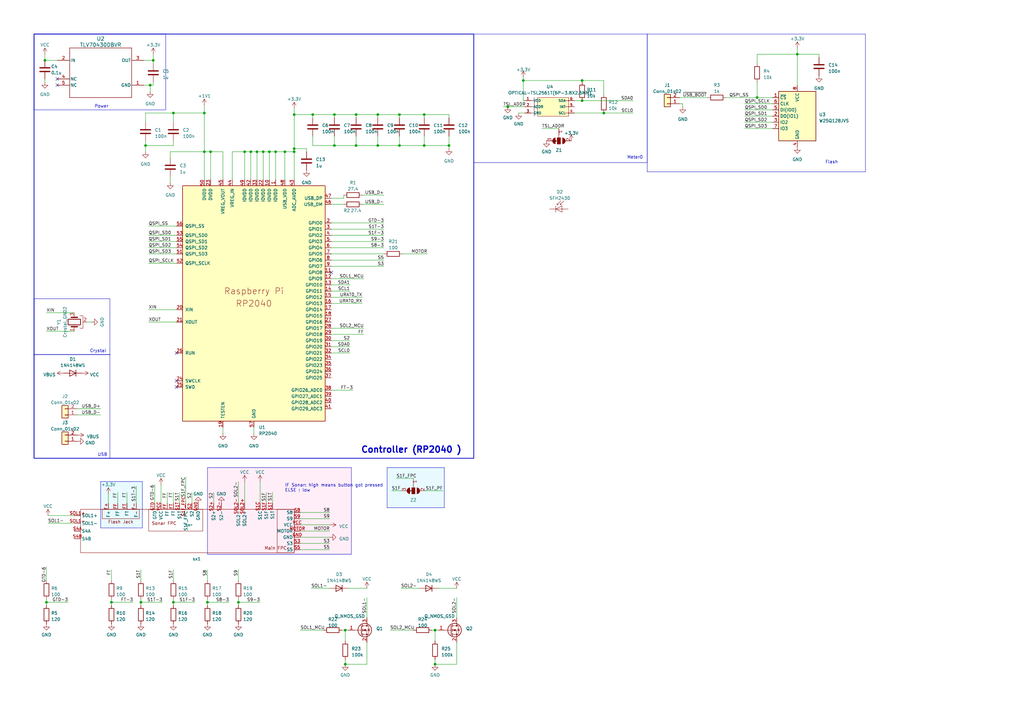
<source format=kicad_sch>
(kicad_sch (version 20230121) (generator eeschema)
  (paper "A3")
  (junction (at 107.95 62.23))
  (junction (at 100.33 62.23))
  (junction (at 247.65 46.355))
  (junction (at 62.865 24.765))
  (junction (at 154.94 59.69))
  (junction (at 83.82 62.23))
  (junction (at 57.785 247.015))
  (junction (at 178.435 272.415))
  (junction (at 83.82 46.355))
  (junction (at 178.435 258.445))
  (junction (at 19.05 247.015))
  (junction (at 214.63 33.02))
  (junction (at 184.15 59.69))
  (junction (at 173.99 46.99))
  (junction (at 154.94 46.99))
  (junction (at 146.05 59.69))
  (junction (at 120.65 60.96))
  (junction (at 85.09 247.015))
  (junction (at 102.87 62.23))
  (junction (at 146.05 46.99))
  (junction (at 238.76 41.275))
  (junction (at 310.515 40.005))
  (junction (at 141.605 272.415))
  (junction (at 128.27 46.99))
  (junction (at 163.83 46.99))
  (junction (at 71.12 46.355))
  (junction (at 238.76 33.02))
  (junction (at 137.16 46.99))
  (junction (at 120.65 62.23))
  (junction (at 61.595 34.925))
  (junction (at 45.72 247.015))
  (junction (at 120.65 46.99))
  (junction (at 163.83 59.69))
  (junction (at 137.16 59.69))
  (junction (at 86.36 62.23))
  (junction (at 18.415 24.765))
  (junction (at 173.99 59.69))
  (junction (at 71.12 247.015))
  (junction (at 116.84 62.23))
  (junction (at 97.79 247.015))
  (junction (at 105.41 62.23))
  (junction (at 141.605 258.445))
  (junction (at 208.28 43.815))
  (junction (at 59.69 59.69))
  (junction (at 110.49 62.23))
  (junction (at 113.03 62.23))
  (junction (at 327.025 22.225))
  (no_connect (at 23.495 32.385))
  (no_connect (at 23.495 34.925))
  (no_connect (at 72.39 158.75))
  (no_connect (at 72.39 156.21))
  (no_connect (at 72.39 144.78))
  (no_connect (at 135.89 111.76))
  (wire (pts (xy 143.51 119.38) (xy 135.89 119.38)))
  (wire (pts (xy 97.79 197.485) (xy 97.79 206.375)))
  (wire (pts (xy 247.65 33.02) (xy 238.76 33.02)))
  (wire (pts (xy 113.03 62.23) (xy 116.84 62.23)))
  (wire (pts (xy 116.84 62.23) (xy 116.84 73.66)))
  (wire (pts (xy 149.225 114.3) (xy 135.89 114.3)))
  (wire (pts (xy 212.725 46.355) (xy 215.265 46.355)))
  (wire (pts (xy 259.715 41.275) (xy 238.76 41.275)))
  (wire (pts (xy 141.605 272.415) (xy 141.605 270.51)))
  (wire (pts (xy 104.14 177.8) (xy 104.14 175.26)))
  (wire (pts (xy 59.69 50.165) (xy 59.69 46.355)))
  (wire (pts (xy 19.05 232.41) (xy 19.05 238.125)))
  (wire (pts (xy 106.68 197.485) (xy 106.68 206.375)))
  (wire (pts (xy 238.76 33.655) (xy 238.76 33.02)))
  (wire (pts (xy 163.83 46.99) (xy 163.83 48.26)))
  (wire (pts (xy 146.05 46.99) (xy 154.94 46.99)))
  (wire (pts (xy 57.785 233.68) (xy 57.785 238.125)))
  (wire (pts (xy 150.495 263.525) (xy 150.495 272.415)))
  (wire (pts (xy 59.69 57.785) (xy 59.69 59.69)))
  (wire (pts (xy 83.82 46.355) (xy 83.82 62.23)))
  (wire (pts (xy 335.915 22.225) (xy 327.025 22.225)))
  (wire (pts (xy 85.09 233.68) (xy 85.09 238.125)))
  (wire (pts (xy 62.865 33.655) (xy 62.865 34.925)))
  (wire (pts (xy 327.025 22.225) (xy 327.025 19.685)))
  (wire (pts (xy 120.65 62.23) (xy 120.65 73.66)))
  (wire (pts (xy 120.65 60.96) (xy 125.73 60.96)))
  (wire (pts (xy 41.275 170.18) (xy 31.75 170.18)))
  (wire (pts (xy 106.68 247.015) (xy 97.79 247.015)))
  (wire (pts (xy 86.36 73.66) (xy 86.36 62.23)))
  (wire (pts (xy 60.96 127) (xy 72.39 127)))
  (wire (pts (xy 97.79 247.015) (xy 97.79 248.285)))
  (wire (pts (xy 150.495 272.415) (xy 141.605 272.415)))
  (wire (pts (xy 100.33 197.485) (xy 100.33 206.375)))
  (wire (pts (xy 148.59 121.92) (xy 135.89 121.92)))
  (wire (pts (xy 37.465 132.08) (xy 35.56 132.08)))
  (wire (pts (xy 297.815 40.005) (xy 310.515 40.005)))
  (wire (pts (xy 60.96 132.08) (xy 72.39 132.08)))
  (wire (pts (xy 187.325 272.415) (xy 178.435 272.415)))
  (wire (pts (xy 148.59 124.46) (xy 135.89 124.46)))
  (wire (pts (xy 60.96 92.71) (xy 72.39 92.71)))
  (wire (pts (xy 52.07 201.93) (xy 52.07 206.375)))
  (wire (pts (xy 97.79 233.68) (xy 97.79 238.125)))
  (wire (pts (xy 116.84 62.23) (xy 120.65 62.23)))
  (wire (pts (xy 105.41 62.23) (xy 107.95 62.23)))
  (wire (pts (xy 214.63 41.275) (xy 215.265 41.275)))
  (wire (pts (xy 214.63 33.02) (xy 214.63 41.275)))
  (wire (pts (xy 187.325 241.3) (xy 179.705 241.3)))
  (wire (pts (xy 86.36 62.23) (xy 83.82 62.23)))
  (wire (pts (xy 143.51 144.78) (xy 135.89 144.78)))
  (wire (pts (xy 71.12 233.68) (xy 71.12 238.125)))
  (wire (pts (xy 123.19 258.445) (xy 132.715 258.445)))
  (wire (pts (xy 57.785 245.745) (xy 57.785 247.015)))
  (wire (pts (xy 173.99 46.99) (xy 184.15 46.99)))
  (wire (pts (xy 310.515 22.225) (xy 327.025 22.225)))
  (wire (pts (xy 173.99 59.69) (xy 184.15 59.69)))
  (wire (pts (xy 110.49 62.23) (xy 113.03 62.23)))
  (wire (pts (xy 143.51 139.7) (xy 135.89 139.7)))
  (wire (pts (xy 247.65 38.735) (xy 247.65 33.02)))
  (wire (pts (xy 150.495 241.3) (xy 142.875 241.3)))
  (wire (pts (xy 19.05 245.745) (xy 19.05 247.015)))
  (wire (pts (xy 160.655 201.295) (xy 164.465 201.295)))
  (wire (pts (xy 135.255 220.345) (xy 123.19 220.345)))
  (wire (pts (xy 310.515 33.655) (xy 310.515 40.005)))
  (wire (pts (xy 143.51 116.84) (xy 135.89 116.84)))
  (wire (pts (xy 143.51 142.24) (xy 135.89 142.24)))
  (wire (pts (xy 163.83 59.69) (xy 173.99 59.69)))
  (wire (pts (xy 184.15 55.88) (xy 184.15 59.69)))
  (wire (pts (xy 45.72 245.745) (xy 45.72 247.015)))
  (wire (pts (xy 146.05 59.69) (xy 154.94 59.69)))
  (wire (pts (xy 19.05 128.27) (xy 30.48 128.27)))
  (wire (pts (xy 66.04 198.755) (xy 66.04 206.375)))
  (wire (pts (xy 85.09 247.015) (xy 85.09 248.285)))
  (wire (pts (xy 85.09 245.745) (xy 85.09 247.015)))
  (wire (pts (xy 102.87 62.23) (xy 102.87 73.66)))
  (wire (pts (xy 178.435 262.89) (xy 178.435 258.445)))
  (wire (pts (xy 87.63 201.93) (xy 87.63 206.375)))
  (wire (pts (xy 160.02 258.445) (xy 169.545 258.445)))
  (wire (pts (xy 135.89 93.98) (xy 157.48 93.98)))
  (wire (pts (xy 128.27 46.99) (xy 137.16 46.99)))
  (wire (pts (xy 110.49 62.23) (xy 110.49 73.66)))
  (wire (pts (xy 335.915 23.495) (xy 335.915 22.225)))
  (wire (pts (xy 305.435 50.165) (xy 316.865 50.165)))
  (wire (pts (xy 71.12 46.355) (xy 83.82 46.355)))
  (wire (pts (xy 146.05 46.99) (xy 146.05 48.26)))
  (wire (pts (xy 137.16 46.99) (xy 137.16 48.26)))
  (wire (pts (xy 259.715 46.355) (xy 247.65 46.355)))
  (wire (pts (xy 310.515 26.035) (xy 310.515 22.225)))
  (wire (pts (xy 48.26 201.93) (xy 48.26 206.375)))
  (wire (pts (xy 128.27 59.69) (xy 137.16 59.69)))
  (wire (pts (xy 154.94 59.69) (xy 163.83 59.69)))
  (wire (pts (xy 91.44 73.66) (xy 91.44 62.23)))
  (wire (pts (xy 120.65 44.45) (xy 120.65 46.99)))
  (wire (pts (xy 135.89 81.28) (xy 140.97 81.28)))
  (wire (pts (xy 91.44 177.8) (xy 91.44 175.26)))
  (wire (pts (xy 135.255 212.725) (xy 123.19 212.725)))
  (wire (pts (xy 59.69 59.69) (xy 71.12 59.69)))
  (wire (pts (xy 73.66 201.93) (xy 73.66 206.375)))
  (wire (pts (xy 105.41 62.23) (xy 105.41 73.66)))
  (wire (pts (xy 178.435 258.445) (xy 179.705 258.445)))
  (wire (pts (xy 140.335 258.445) (xy 141.605 258.445)))
  (wire (pts (xy 91.44 62.23) (xy 86.36 62.23)))
  (wire (pts (xy 222.25 52.705) (xy 229.235 52.705)))
  (wire (pts (xy 137.16 59.69) (xy 146.05 59.69)))
  (wire (pts (xy 57.785 247.015) (xy 57.785 248.285)))
  (wire (pts (xy 128.27 55.88) (xy 128.27 59.69)))
  (wire (pts (xy 157.48 80.01) (xy 148.59 80.01)))
  (wire (pts (xy 327.025 22.225) (xy 327.025 34.925)))
  (wire (pts (xy 162.56 196.215) (xy 169.545 196.215)))
  (wire (pts (xy 83.82 43.18) (xy 83.82 46.355)))
  (wire (pts (xy 83.82 62.23) (xy 83.82 73.66)))
  (wire (pts (xy 18.415 33.655) (xy 18.415 32.385)))
  (wire (pts (xy 135.255 217.805) (xy 123.19 217.805)))
  (wire (pts (xy 305.435 47.625) (xy 316.865 47.625)))
  (wire (pts (xy 154.94 46.99) (xy 163.83 46.99)))
  (wire (pts (xy 59.69 46.355) (xy 71.12 46.355)))
  (wire (pts (xy 278.765 42.545) (xy 280.035 42.545)))
  (wire (pts (xy 27.94 247.015) (xy 19.05 247.015)))
  (wire (pts (xy 305.435 42.545) (xy 316.865 42.545)))
  (wire (pts (xy 19.05 247.015) (xy 19.05 248.285)))
  (wire (pts (xy 187.325 245.11) (xy 187.325 253.365)))
  (wire (pts (xy 76.2 195.58) (xy 76.2 206.375)))
  (wire (pts (xy 95.25 73.66) (xy 95.25 62.23)))
  (wire (pts (xy 44.45 202.565) (xy 44.45 206.375)))
  (wire (pts (xy 80.01 247.015) (xy 71.12 247.015)))
  (wire (pts (xy 123.19 210.185) (xy 135.255 210.185)))
  (wire (pts (xy 164.465 241.3) (xy 172.085 241.3)))
  (wire (pts (xy 173.99 55.88) (xy 173.99 59.69)))
  (wire (pts (xy 187.325 263.525) (xy 187.325 272.415)))
  (wire (pts (xy 120.65 46.99) (xy 128.27 46.99)))
  (wire (pts (xy 280.035 42.545) (xy 280.035 43.815)))
  (wire (pts (xy 100.33 73.66) (xy 100.33 62.23)))
  (wire (pts (xy 157.48 104.14) (xy 135.89 104.14)))
  (wire (pts (xy 120.65 46.99) (xy 120.65 60.96)))
  (wire (pts (xy 62.865 24.765) (xy 59.055 24.765)))
  (wire (pts (xy 71.12 201.93) (xy 71.12 206.375)))
  (wire (pts (xy 45.72 247.015) (xy 45.72 248.285)))
  (wire (pts (xy 107.95 62.23) (xy 107.95 73.66)))
  (wire (pts (xy 305.435 52.705) (xy 316.865 52.705)))
  (wire (pts (xy 178.435 272.415) (xy 178.435 270.51)))
  (wire (pts (xy 69.85 62.23) (xy 83.82 62.23)))
  (wire (pts (xy 157.48 109.22) (xy 135.89 109.22)))
  (wire (pts (xy 18.415 24.765) (xy 23.495 24.765)))
  (wire (pts (xy 135.255 225.425) (xy 123.19 225.425)))
  (wire (pts (xy 154.94 46.99) (xy 154.94 48.26)))
  (wire (pts (xy 310.515 40.005) (xy 316.865 40.005)))
  (wire (pts (xy 111.76 201.93) (xy 111.76 206.375)))
  (wire (pts (xy 141.605 258.445) (xy 142.875 258.445)))
  (wire (pts (xy 107.95 62.23) (xy 110.49 62.23)))
  (wire (pts (xy 19.685 211.455) (xy 30.48 211.455)))
  (wire (pts (xy 184.15 48.26) (xy 184.15 46.99)))
  (wire (pts (xy 135.89 99.06) (xy 157.48 99.06)))
  (wire (pts (xy 137.16 46.99) (xy 146.05 46.99)))
  (wire (pts (xy 102.87 62.23) (xy 105.41 62.23)))
  (wire (pts (xy 146.05 55.88) (xy 146.05 59.69)))
  (wire (pts (xy 157.48 91.44) (xy 135.89 91.44)))
  (wire (pts (xy 140.97 81.28) (xy 140.97 80.01)))
  (wire (pts (xy 150.495 245.11) (xy 150.495 253.365)))
  (wire (pts (xy 125.73 60.96) (xy 125.73 62.23)))
  (wire (pts (xy 60.96 107.95) (xy 72.39 107.95)))
  (wire (pts (xy 157.48 83.82) (xy 148.59 83.82)))
  (wire (pts (xy 61.595 34.925) (xy 59.055 34.925)))
  (wire (pts (xy 278.765 40.005) (xy 290.195 40.005)))
  (wire (pts (xy 163.83 46.99) (xy 173.99 46.99)))
  (wire (pts (xy 71.12 247.015) (xy 71.12 248.285)))
  (wire (pts (xy 135.89 106.68) (xy 157.48 106.68)))
  (wire (pts (xy 128.27 46.99) (xy 128.27 48.26)))
  (wire (pts (xy 144.78 160.02) (xy 135.89 160.02)))
  (wire (pts (xy 214.63 33.02) (xy 238.76 33.02)))
  (wire (pts (xy 154.94 55.88) (xy 154.94 59.69)))
  (wire (pts (xy 59.69 59.69) (xy 59.69 62.23)))
  (wire (pts (xy 18.415 22.225) (xy 18.415 24.765)))
  (wire (pts (xy 97.79 245.745) (xy 97.79 247.015)))
  (wire (pts (xy 173.99 46.99) (xy 173.99 48.26)))
  (wire (pts (xy 54.61 247.015) (xy 45.72 247.015)))
  (wire (pts (xy 163.83 55.88) (xy 163.83 59.69)))
  (wire (pts (xy 214.63 31.75) (xy 214.63 33.02)))
  (wire (pts (xy 66.675 247.015) (xy 57.785 247.015)))
  (wire (pts (xy 141.605 262.89) (xy 141.605 258.445)))
  (wire (pts (xy 78.74 201.93) (xy 78.74 206.375)))
  (wire (pts (xy 41.275 167.64) (xy 31.75 167.64)))
  (wire (pts (xy 62.865 34.925) (xy 61.595 34.925)))
  (wire (pts (xy 71.12 46.355) (xy 71.12 50.165)))
  (wire (pts (xy 95.25 62.23) (xy 100.33 62.23)))
  (wire (pts (xy 60.96 96.52) (xy 72.39 96.52)))
  (wire (pts (xy 19.685 214.63) (xy 30.48 214.63)))
  (wire (pts (xy 184.15 59.69) (xy 184.15 60.96)))
  (wire (pts (xy 135.89 83.82) (xy 140.97 83.82)))
  (wire (pts (xy 135.255 215.265) (xy 123.19 215.265)))
  (wire (pts (xy 247.65 46.355) (xy 235.585 46.355)))
  (wire (pts (xy 135.89 134.62) (xy 149.225 134.62)))
  (wire (pts (xy 157.48 101.6) (xy 135.89 101.6)))
  (wire (pts (xy 19.05 135.89) (xy 30.48 135.89)))
  (wire (pts (xy 93.98 247.015) (xy 85.09 247.015)))
  (wire (pts (xy 55.88 199.39) (xy 55.88 206.375)))
  (wire (pts (xy 100.33 62.23) (xy 102.87 62.23)))
  (wire (pts (xy 120.65 60.96) (xy 120.65 62.23)))
  (wire (pts (xy 71.12 245.745) (xy 71.12 247.015)))
  (wire (pts (xy 181.61 201.295) (xy 174.625 201.295)))
  (wire (pts (xy 45.72 233.68) (xy 45.72 238.125)))
  (wire (pts (xy 137.16 55.88) (xy 137.16 59.69)))
  (wire (pts (xy 68.58 201.93) (xy 68.58 206.375)))
  (wire (pts (xy 123.19 222.885) (xy 135.255 222.885)))
  (wire (pts (xy 60.96 99.06) (xy 72.39 99.06)))
  (wire (pts (xy 62.865 22.225) (xy 62.865 24.765)))
  (wire (pts (xy 61.595 37.465) (xy 61.595 34.925)))
  (wire (pts (xy 113.03 62.23) (xy 113.03 73.66)))
  (wire (pts (xy 62.865 26.035) (xy 62.865 24.765)))
  (wire (pts (xy 127.635 241.3) (xy 135.255 241.3)))
  (wire (pts (xy 149.225 137.16) (xy 135.89 137.16)))
  (wire (pts (xy 135.89 96.52) (xy 157.48 96.52)))
  (wire (pts (xy 60.96 104.14) (xy 72.39 104.14)))
  (wire (pts (xy 208.28 43.815) (xy 206.375 43.815)))
  (wire (pts (xy 69.85 74.93) (xy 69.85 72.39)))
  (wire (pts (xy 109.22 201.93) (xy 109.22 206.375)))
  (wire (pts (xy 215.265 43.815) (xy 208.28 43.815)))
  (wire (pts (xy 238.76 41.275) (xy 235.585 41.275)))
  (wire (pts (xy 177.165 258.445) (xy 178.435 258.445)))
  (wire (pts (xy 175.26 104.14) (xy 165.1 104.14)))
  (wire (pts (xy 305.435 45.085) (xy 316.865 45.085)))
  (wire (pts (xy 60.96 101.6) (xy 72.39 101.6)))
  (wire (pts (xy 71.12 57.785) (xy 71.12 59.69)))
  (wire (pts (xy 69.85 64.77) (xy 69.85 62.23)))
  (wire (pts (xy 63.5 198.755) (xy 63.5 206.375)))
  (rectangle (start 194.31 13.97) (end 265.43 66.675))
  (rectangle (start 13.97 145.415) (end 45.085 187.96))
  (rectangle (start 158.75 191.77) (end 182.245 208.28) (fill (type color) (color 196 242 255 0.39)))
  (rectangle (start 265.43 13.97) (end 354.965 70.485))
  (rectangle (start 13.97 13.97) (end 67.945 45.085))
  (rectangle (start 13.97 13.97) (end 194.31 187.96) (stroke (width 0.3)))
  (rectangle (start 41.275 197.485) (end 58.42 216.535) (fill (type color) (color 196 242 255 0.39)))
  (rectangle (start 13.97 122.555) (end 45.085 145.415))
  (rectangle (start 85.09 191.77) (end 144.145 227.33) (fill (type color) (color 255 174 216 0.2)))
  (text "Flash\n" (at 338.455 67.31 0) (effects (font (size 1.27 1.27)) (justify left bottom)))
  (text "Meter0" (at 257.175 65.405 0) (effects (font (size 1.27 1.27)) (justify left bottom)))
  (text "Power " (at 38.735 44.45 0) (effects (font (size 1.27 1.27)) (justify left bottom)))
  (text "Crystal\n" (at 36.83 144.78 0) (effects (font (size 1.27 1.27)) (justify left bottom)))
  (text "IF Sonar: high means button got pressed\nELSE : low" (at 116.84 201.93 0) (effects (font (size 1.27 1.27)) (justify left bottom)))
  (text "Controller (RP2040 )\n" (at 147.955 186.055 0) (effects (font (size 2.54 2.54) (thickness 0.508) bold) (justify left bottom)))
  (text "USB" (at 40.005 187.325 0) (effects (font (size 1.27 1.27)) (justify left bottom)))
  (label "MOTOR" (at 175.26 104.14 180))
  (label "S8-3" (at 157.48 101.6 180))
  (label "XIN" (at 19.05 128.27 0))
  (label "QSPI_SS" (at 299.085 40.005 0))
  (label "XIN" (at 60.96 127 0))
  (label "QSPI_SD0" (at 60.96 96.52 0))
  (label "GTD-3" (at 157.48 91.44 180))
  (label "FF" (at 149.225 137.16 180))
  (label "FF" (at 48.26 201.93 270))
  (label "QSPI_SD3" (at 305.435 52.705 0))
  (label "FT" (at 52.07 201.93 270))
  (label "S1T-3" (at 55.88 199.39 270))
  (label "S1F_FPC" (at 76.2 195.58 270))
  (label "~{USB_BOOT}" (at 280.035 40.005 0))
  (label "S1F_FPC" (at 162.56 196.215 0))
  (label "SOL2-" (at 187.325 245.11 270))
  (label "QSPI_SD1" (at 305.435 47.625 0))
  (label "FT-3" (at 144.78 160.02 180))
  (label "S1T-3" (at 66.675 247.015 180))
  (label "S8-3" (at 93.98 247.015 180))
  (label "SCL0" (at 259.715 46.355 180))
  (label "SCL1" (at 143.51 119.38 180))
  (label "S3" (at 135.255 222.885 180))
  (label "S1T" (at 73.66 201.93 270))
  (label "S1T" (at 57.785 233.68 270))
  (label "GTD-6" (at 63.5 198.755 270))
  (label "SDA0" (at 259.715 41.275 180))
  (label "S2" (at 78.74 201.93 270))
  (label "FF" (at 68.58 201.93 270))
  (label "SDA0" (at 143.51 142.24 180))
  (label "GTD-3" (at 27.94 247.015 180))
  (label "S1F-3" (at 157.48 96.52 180))
  (label "SOL2-" (at 97.79 197.485 270))
  (label "QSPI_SD2" (at 60.96 101.6 0))
  (label "S8" (at 85.09 233.68 270))
  (label "SOL2_MCU" (at 149.225 134.62 180))
  (label "SOL2_MCU" (at 160.02 258.445 0))
  (label "MOTOR" (at 135.255 217.805 180))
  (label "SCL0" (at 143.51 144.78 180))
  (label "SOL1-" (at 19.685 214.63 0))
  (label "S8" (at 135.255 210.185 180))
  (label "SOL1_MCU" (at 149.225 114.3 180))
  (label "S5" (at 135.255 225.425 180))
  (label "USB_D-" (at 157.48 83.82 180))
  (label "USB_D-" (at 41.275 170.18 180))
  (label "URAT0_RX" (at 148.59 124.46 180))
  (label "S2" (at 143.51 139.7 180))
  (label "XOUT" (at 60.96 132.08 0))
  (label "S9-3" (at 106.68 247.015 180))
  (label "QSPI_SD1" (at 60.96 99.06 0))
  (label "USB_D+" (at 157.48 80.01 180))
  (label "TSL_ADDR" (at 206.375 43.815 0))
  (label "FT" (at 45.72 233.68 270))
  (label "QSPI_SD0" (at 305.435 45.085 0))
  (label "URAT0_TX" (at 148.59 121.92 180))
  (label "S1F" (at 109.22 201.93 270))
  (label "S9" (at 135.255 212.725 180))
  (label "S9" (at 97.79 233.68 270))
  (label "S3" (at 157.48 109.22 180))
  (label "S9-3" (at 157.48 99.06 180))
  (label "SDA1" (at 143.51 116.84 180))
  (label "SOL2-" (at 164.465 241.3 0))
  (label "GTD-6" (at 19.05 232.41 270))
  (label "SOL1-" (at 127.635 241.3 0))
  (label "S1F" (at 160.655 201.295 0))
  (label "USB_D+" (at 41.275 167.64 180))
  (label "S1F-3" (at 80.01 247.015 180))
  (label "QSPI_SS" (at 60.96 92.71 0))
  (label "QSPI_SD2" (at 305.435 50.165 0))
  (label "QSPI_SD3" (at 60.96 104.14 0))
  (label "SOL1-" (at 150.495 245.11 270))
  (label "S2" (at 87.63 201.93 270))
  (label "QSPI_SCLK" (at 60.96 107.95 0))
  (label "QSPI_SCLK" (at 305.435 42.545 0))
  (label "S1F" (at 71.12 233.68 270))
  (label "FT-3" (at 54.61 247.015 180))
  (label "S1F_PF" (at 181.61 201.295 180))
  (label "S5" (at 157.48 106.68 180))
  (label "FT" (at 71.12 201.93 270))
  (label "S1T-3" (at 157.48 93.98 180))
  (label "SOL1_MCU" (at 123.19 258.445 0))
  (label "XOUT" (at 19.05 135.89 0))
  (label "S1T" (at 111.76 201.93 270))
  (label "TSL_ADDR" (at 222.25 52.705 0))
  (symbol (lib_id "power:GND") (at 178.435 272.415 0) (unit 1)
    (property "Reference" "#PWR045" (effects hide))
    (property "Value" "GND" (at 178.435 276.86 0))
  )
  (symbol (lib_id "power:GND") (at 61.595 37.465 0) (unit 1)
    (property "Reference" "#PWR05" (effects hide))
    (property "Value" "GND" (at 61.595 42.545 0))
  )
  (symbol (lib_id "Device:R") (at 57.785 241.935 0) (unit 1)
    (property "Reference" "R13" (at 59.69 241.3 0) (effects (justify left)))
    (property "Value" "100" (at 59.69 243.84 0) (effects (justify left)))
    (property "Footprint" "Resistor_SMD:R_0402_1005Metric_Pad0.72x0.64mm_HandSolder" (effects hide))
  )
  (symbol (lib_id "power:VCC") (at 66.04 198.755 0) (unit 1)
    (property "Reference" "#PWR022" (effects hide))
    (property "Value" "VCC" (at 66.04 194.945 0))
  )
  (symbol (lib_id "power:VBUS") (at 26.035 153.035 90) (unit 1)
    (property "Reference" "#PWR025" (effects hide))
    (property "Value" "VBUS" (at 22.86 153.67 90) (effects (justify left)))
  )
  (symbol (lib_id "Device:C") (at 184.15 52.07 0) (unit 1)
    (property "Reference" "C12" (at 187.96 51.435 0) (effects (justify left)))
    (property "Value" "100n" (at 187.96 53.975 0) (effects (justify left)))
    (property "Footprint" "Capacitor_SMD:C_0402_1005Metric_Pad0.74x0.62mm_HandSolder" (effects hide))
  )
  (symbol (lib_id "power:GND") (at 335.915 31.115 0) (unit 1)
    (property "Reference" "#PWR015" (effects hide))
    (property "Value" "GND" (at 335.915 36.195 0))
  )
  (symbol (lib_id "Device:R") (at 97.79 252.095 0) (unit 1)
    (property "Reference" "R20" (at 99.695 251.46 0) (effects (justify left)))
    (property "Value" "120" (at 99.695 254 0) (effects (justify left)))
    (property "Footprint" "Resistor_SMD:R_0402_1005Metric_Pad0.72x0.64mm_HandSolder" (effects hide))
  )
  (symbol (lib_id "MCU_RaspberryPi_RP2040:RP2040") (at 104.14 124.46 0) (unit 1)
    (property "Reference" "U1" (at 106.0959 175.26 0) (effects (justify left)))
    (property "Value" "RP2040" (at 106.0959 177.8 0) (effects (justify left)))
    (property "Footprint" "RP2040_minimal:RP2040-QFN-56" (effects hide))
  )
  (symbol (lib_id "Device:R") (at 141.605 266.7 180) (unit 1)
    (property "Reference" "R23" (at 144.145 266.065 0) (effects (justify right)))
    (property "Value" "100k" (at 144.145 268.605 0) (effects (justify right)))
    (property "Footprint" "Resistor_SMD:R_0402_1005Metric_Pad0.72x0.64mm_HandSolder" (effects hide))
  )
  (symbol (lib_id "power:GND") (at 90.805 206.375 180) (unit 1)
    (property "Reference" "#PWR035" (effects hide))
    (property "Value" "GND" (at 90.805 202.565 0))
  )
  (symbol (lib_id "Connector_Generic:Conn_01x02") (at 273.685 42.545 180) (unit 1)
    (property "Reference" "J1" (at 273.685 34.925 0))
    (property "Value" "Conn_01x02" (at 273.685 37.465 0))
    (property "Footprint" "Connector_PinHeader_2.54mm:PinHeader_1x02_P2.54mm_Vertical" (effects hide))
  )
  (symbol (lib_id "Device:R") (at 71.12 252.095 0) (unit 1)
    (property "Reference" "R16" (at 73.025 251.46 0) (effects (justify left)))
    (property "Value" "120" (at 73.025 254 0) (effects (justify left)))
    (property "Footprint" "Resistor_SMD:R_0402_1005Metric_Pad0.72x0.64mm_HandSolder" (effects hide))
  )
  (symbol (lib_id "Device:R") (at 144.78 83.82 90) (unit 1)
    (property "Reference" "R2" (at 142.24 86.36 90))
    (property "Value" "27.4" (at 146.05 86.36 90))
    (property "Footprint" "Resistor_SMD:R_0402_1005Metric_Pad0.72x0.64mm_HandSolder" (effects hide))
  )
  (symbol (lib_id "Device:C") (at 163.83 52.07 0) (unit 1)
    (property "Reference" "C10" (at 167.64 51.435 0) (effects (justify left)))
    (property "Value" "100n" (at 167.64 53.975 0) (effects (justify left)))
    (property "Footprint" "Capacitor_SMD:C_0402_1005Metric_Pad0.74x0.62mm_HandSolder" (effects hide))
  )
  (symbol (lib_id "power:VCC") (at 135.255 215.265 270) (unit 1)
    (property "Reference" "#PWR023" (effects hide))
    (property "Value" "VCC" (at 139.065 215.9 90) (effects (justify left)))
  )
  (symbol (lib_id "power:VBUS") (at 31.75 178.435 270) (unit 1)
    (property "Reference" "#PWR019" (effects hide))
    (property "Value" "VBUS" (at 35.56 179.07 90) (effects (justify left)))
  )
  (symbol (lib_id "Device:R") (at 19.05 252.095 0) (unit 1)
    (property "Reference" "R5" (at 20.955 251.46 0) (effects (justify left)))
    (property "Value" "120" (at 20.955 254 0) (effects (justify left)))
    (property "Footprint" "Resistor_SMD:R_0402_1005Metric_Pad0.72x0.64mm_HandSolder" (effects hide))
  )
  (symbol (lib_id "Device:Q_NMOS_GSD") (at 184.785 258.445 0) (unit 1)
    (property "Reference" "Q2" (at 191.135 257.81 0) (effects (justify left)))
    (property "Value" "Q_NMOS_GSD" (at 173.99 252.73 0) (effects (justify left)))
    (property "Footprint" "Package_TO_SOT_SMD:SOT-23" (effects hide))
  )
  (symbol (lib_id "Connector_Generic:Conn_01x02") (at 26.67 180.975 180) (unit 1)
    (property "Reference" "J3" (at 26.67 173.355 0))
    (property "Value" "Conn_01x02" (at 26.67 175.895 0))
    (property "Footprint" "Connector_PinHeader_2.54mm:PinHeader_1x02_P2.54mm_Vertical" (effects hide))
  )
  (symbol (lib_id "Device:C") (at 18.415 28.575 0) (unit 1)
    (property "Reference" "C4" (at 20.955 27.305 0) (effects (justify left)))
    (property "Value" "0.1u" (at 20.955 29.845 0) (effects (justify left)))
    (property "Footprint" "Capacitor_SMD:C_0402_1005Metric_Pad0.74x0.62mm_HandSolder" (effects hide))
  )
  (symbol (lib_id "power:GND") (at 280.035 43.815 0) (unit 1)
    (property "Reference" "#PWR013" (effects hide))
    (property "Value" "GND" (at 280.035 48.895 0))
  )
  (symbol (lib_id "Device:C") (at 335.915 27.305 0) (unit 1)
    (property "Reference" "C14" (at 339.725 26.67 0) (effects (justify left)))
    (property "Value" "100n" (at 339.725 29.21 0) (effects (justify left)))
    (property "Footprint" "Capacitor_SMD:C_0402_1005Metric_Pad0.74x0.62mm_HandSolder" (effects hide))
  )
  (symbol (lib_id "Diode:1N4148WS") (at 29.845 153.035 180) (unit 1)
    (property "Reference" "D1" (at 29.845 147.32 0))
    (property "Value" "1N4148WS" (at 29.845 149.86 0))
    (property "Footprint" "Diode_SMD:D_SOD-323" (effects hide))
    (property "Datasheet" "https://www.vishay.com/docs/85751/1n4148ws.pdf" (effects hide))
    (property "Sim.Device" "D" (effects hide))
    (property "Sim.Pins" "1=K 2=A" (effects hide))
  )
  (symbol (lib_id "Sensor_Optical:SFH2430") (at 230.505 85.725 0) (unit 1)
    (property "Reference" "D2" (at 229.5779 78.74 0))
    (property "Value" "SFH2430" (at 229.5779 81.28 0))
    (property "Footprint" "OptoDevice:Osram_SFH2430" (effects hide))
    (property "Datasheet" "https://dammedia.osram.info/media/resource/hires/osram-dam-5467144/SFH%202430_EN.pdf" (effects hide))
  )
  (symbol (lib_id "Device:C") (at 154.94 52.07 0) (unit 1)
    (property "Reference" "C9" (at 158.75 51.435 0) (effects (justify left)))
    (property "Value" "100n" (at 158.75 53.975 0) (effects (justify left)))
    (property "Footprint" "Capacitor_SMD:C_0402_1005Metric_Pad0.74x0.62mm_HandSolder" (effects hide))
  )
  (symbol (lib_id "power:GND") (at 135.255 220.345 90) (unit 1)
    (property "Reference" "#PWR018" (effects hide))
    (property "Value" "GND" (at 139.065 220.98 90) (effects (justify right)))
  )
  (symbol (lib_id "power:+3.3V") (at 234.315 57.785 0) (unit 1)
    (property "Reference" "#PWR032" (effects hide))
    (property "Value" "+3.3V" (at 234.315 54.61 0))
  )
  (symbol (lib_id "power:+3.3V") (at 62.865 22.225 0) (unit 1)
    (property "Reference" "#PWR08" (effects hide))
    (property "Value" "+3.3V" (at 62.865 18.415 0))
  )
  (symbol (lib_id "power:GND") (at 18.415 33.655 0) (unit 1)
    (property "Reference" "#PWR07" (effects hide))
    (property "Value" "GND" (at 18.415 38.735 0))
  )
  (symbol (lib_id "power:VCC") (at 150.495 241.3 0) (unit 1)
    (property "Reference" "#PWR042" (effects hide))
    (property "Value" "VCC" (at 150.495 237.49 0))
  )
  (symbol (lib_id "power:GND") (at 19.05 255.905 0) (unit 1)
    (property "Reference" "#PWR024" (effects hide))
    (property "Value" "GND" (at 19.05 260.35 0))
  )
  (symbol (lib_id "power:GND") (at 45.72 255.905 0) (unit 1)
    (property "Reference" "#PWR028" (effects hide))
    (property "Value" "GND" (at 45.72 260.35 0))
  )
  (symbol (lib_id "power:+3.3V") (at 214.63 31.75 0) (unit 1)
    (property "Reference" "#PWR030" (effects hide))
    (property "Value" "+3.3V" (at 214.63 28.575 0))
  )
  (symbol (lib_id "power:GND") (at 104.14 177.8 0) (unit 1)
    (property "Reference" "#PWR011" (effects hide))
    (property "Value" "GND" (at 104.14 182.88 0))
  )
  (symbol (lib_id "power:GND") (at 224.155 57.785 0) (unit 1)
    (property "Reference" "#PWR031" (effects hide))
    (property "Value" "GND" (at 224.155 62.23 0))
  )
  (symbol (lib_id "power:GND") (at 85.09 255.905 0) (unit 1)
    (property "Reference" "#PWR039" (effects hide))
    (property "Value" "GND" (at 85.09 260.35 0))
  )
  (symbol (lib_id "Device:Q_NMOS_GSD") (at 147.955 258.445 0) (unit 1)
    (property "Reference" "Q1" (at 154.305 257.81 0) (effects (justify left)))
    (property "Value" "Q_NMOS_GSD" (at 137.16 252.73 0) (effects (justify left)))
    (property "Footprint" "Package_TO_SOT_SMD:SOT-23" (effects hide))
  )
  (symbol (lib_id "Device:C") (at 137.16 52.07 0) (unit 1)
    (property "Reference" "C7" (at 140.97 51.435 0) (effects (justify left)))
    (property "Value" "100n" (at 140.97 53.975 0) (effects (justify left)))
    (property "Footprint" "Capacitor_SMD:C_0402_1005Metric_Pad0.74x0.62mm_HandSolder" (effects hide))
  )
  (symbol (lib_id "power:GND") (at 71.12 255.905 0) (unit 1)
    (property "Reference" "#PWR037" (effects hide))
    (property "Value" "GND" (at 71.12 260.35 0))
  )
  (symbol (lib_id "Memory_Flash:W25Q128JVS") (at 327.025 47.625 0) (unit 1)
    (property "Reference" "U3" (at 335.915 46.99 0) (effects (justify left)))
    (property "Value" "W25Q128JVS" (at 335.915 49.53 0) (effects (justify left)))
    (property "Footprint" "Package_SO:SOIC-8_5.23x5.23mm_P1.27mm" (effects hide))
    (property "Datasheet" "http://www.winbond.com/resource-files/w25q128jv_dtr%20revc%2003272018%20plus.pdf" (effects hide))
  )
  (symbol (lib_id "Device:R") (at 85.09 252.095 0) (unit 1)
    (property "Reference" "R18" (at 86.995 251.46 0) (effects (justify left)))
    (property "Value" "120" (at 86.995 254 0) (effects (justify left)))
    (property "Footprint" "Resistor_SMD:R_0402_1005Metric_Pad0.72x0.64mm_HandSolder" (effects hide))
  )
  (symbol (lib_id "power:GND") (at 59.69 62.23 0) (unit 1)
    (property "Reference" "#PWR02" (effects hide))
    (property "Value" "GND" (at 59.69 67.31 0))
  )
  (symbol (lib_id "power:VCC") (at 106.68 197.485 0) (unit 1)
    (property "Reference" "#PWR036" (effects hide))
    (property "Value" "VCC" (at 106.68 193.675 0))
  )
  (symbol (lib_id "Device:C") (at 128.27 52.07 0) (unit 1)
    (property "Reference" "C6" (at 132.08 51.435 0) (effects (justify left)))
    (property "Value" "100n" (at 132.08 53.975 0) (effects (justify left)))
    (property "Footprint" "Capacitor_SMD:C_0402_1005Metric_Pad0.74x0.62mm_HandSolder" (effects hide))
  )
  (symbol (lib_id "Device:C") (at 71.12 53.975 0) (unit 1)
    (property "Reference" "C2" (at 74.93 53.34 0) (effects (justify left)))
    (property "Value" "100n" (at 74.93 55.88 0) (effects (justify left)))
    (property "Footprint" "Capacitor_SMD:C_0402_1005Metric_Pad0.74x0.62mm_HandSolder" (effects hide))
  )
  (symbol (lib_id "power:GND") (at 57.785 255.905 0) (unit 1)
    (property "Reference" "#PWR034" (effects hide))
    (property "Value" "GND" (at 57.785 260.35 0))
  )
  (symbol (lib_id "Connector_Generic:Conn_01x02") (at 26.67 170.18 180) (unit 1)
    (property "Reference" "J2" (at 26.67 162.56 0))
    (property "Value" "Conn_01x02" (at 26.67 165.1 0))
    (property "Footprint" "Connector_PinHeader_2.54mm:PinHeader_1x02_P2.54mm_Vertical" (effects hide))
  )
  (symbol (lib_id "Device:R") (at 97.79 241.935 0) (unit 1)
    (property "Reference" "R19" (at 99.695 241.3 0) (effects (justify left)))
    (property "Value" "100" (at 99.695 243.84 0) (effects (justify left)))
    (property "Footprint" "Resistor_SMD:R_0402_1005Metric_Pad0.72x0.64mm_HandSolder" (effects hide))
  )
  (symbol (lib_id "power:GND") (at 327.025 60.325 0) (unit 1)
    (property "Reference" "#PWR016" (effects hide))
    (property "Value" "GND" (at 327.025 65.405 0))
  )
  (symbol (lib_id "Device:R") (at 71.12 241.935 0) (unit 1)
    (property "Reference" "R15" (at 73.025 241.3 0) (effects (justify left)))
    (property "Value" "100" (at 73.025 243.84 0) (effects (justify left)))
    (property "Footprint" "Resistor_SMD:R_0402_1005Metric_Pad0.72x0.64mm_HandSolder" (effects hide))
  )
  (symbol (lib_id "power:GND") (at 81.28 206.375 180) (unit 1)
    (property "Reference" "#PWR017" (effects hide))
    (property "Value" "GND" (at 81.28 202.565 0))
  )
  (symbol (lib_id "power:GND") (at 184.15 60.96 0) (unit 1)
    (property "Reference" "#PWR09" (effects hide))
    (property "Value" "GND" (at 184.15 66.04 0))
  )
  (symbol (lib_id "Device:R") (at 178.435 266.7 180) (unit 1)
    (property "Reference" "R25" (at 180.975 266.065 0) (effects (justify right)))
    (property "Value" "100k" (at 180.975 268.605 0) (effects (justify right)))
    (property "Footprint" "Resistor_SMD:R_0402_1005Metric_Pad0.72x0.64mm_HandSolder" (effects hide))
  )
  (symbol (lib_id "Device:R") (at 310.515 29.845 0) (unit 1)
    (property "Reference" "R4" (at 313.055 29.21 0) (effects (justify left)))
    (property "Value" "10k" (at 313.055 31.75 0) (effects (justify left)))
    (property "Footprint" "Resistor_SMD:R_0402_1005Metric_Pad0.72x0.64mm_HandSolder" (effects hide))
  )
  (symbol (lib_id "OPSX:selector_default") (at 168.275 201.295 270) (unit 1)
    (property "Reference" "Z2" (at 169.5422 205.105 90))
    (property "Value" "~" (at 168.275 201.295 0))
    (property "Footprint" "OPSX:Selector_default" (effects hide))
  )
  (symbol (lib_id "Device:R") (at 173.355 258.445 90) (unit 1)
    (property "Reference" "R24" (at 173.355 254 90))
    (property "Value" "100" (at 173.355 256.54 90))
    (property "Footprint" "Resistor_SMD:R_0402_1005Metric_Pad0.72x0.64mm_HandSolder" (effects hide))
  )
  (symbol (lib_id "Device:R") (at 247.65 42.545 0) (unit 1)
    (property "Reference" "R12" (at 249.555 41.91 0) (effects (justify left)))
    (property "Value" "10k" (at 249.555 44.45 0) (effects (justify left)))
    (property "Footprint" "Resistor_SMD:R_0402_1005Metric_Pad0.72x0.64mm_HandSolder" (effects hide))
  )
  (symbol (lib_id "OPSX:sx70") (at 77.47 215.265 0) (unit 1)
    (property "Reference" "sx1" (at 80.645 229.235 0))
    (property "Value" "sx~" (at 77.47 215.265 0))
    (property "Footprint" "OPSX:sx70" (effects hide))
  )
  (symbol (lib_id "Device:R") (at 294.005 40.005 90) (unit 1)
    (property "Reference" "R3" (at 294.005 34.925 90))
    (property "Value" "1k" (at 294.005 37.465 90))
    (property "Footprint" "Resistor_SMD:R_0402_1005Metric_Pad0.72x0.64mm_HandSolder" (effects hide))
  )
  (symbol (lib_id "Device:C") (at 146.05 52.07 0) (unit 1)
    (property "Reference" "C8" (at 149.86 51.435 0) (effects (justify left)))
    (property "Value" "100n" (at 149.86 53.975 0) (effects (justify left)))
    (property "Footprint" "Capacitor_SMD:C_0402_1005Metric_Pad0.74x0.62mm_HandSolder" (effects hide))
  )
  (symbol (lib_id "power:VCC") (at 187.325 241.3 0) (unit 1)
    (property "Reference" "#PWR044" (effects hide))
    (property "Value" "VCC" (at 187.325 237.49 0))
  )
  (symbol (lib_id "power:VCC") (at 19.685 211.455 0) (unit 1)
    (property "Reference" "#PWR046" (effects hide))
    (property "Value" "VCC" (at 19.685 207.645 0))
  )
  (symbol (lib_id "power:GND") (at 141.605 272.415 0) (unit 1)
    (property "Reference" "#PWR043" (effects hide))
    (property "Value" "GND" (at 141.605 276.86 0))
  )
  (symbol (lib_id "Device:C") (at 59.69 53.975 0) (unit 1)
    (property "Reference" "C1" (at 63.5 53.34 0) (effects (justify left)))
    (property "Value" "100n" (at 63.5 55.88 0) (effects (justify left)))
    (property "Footprint" "Capacitor_SMD:C_0402_1005Metric_Pad0.74x0.62mm_HandSolder" (effects hide))
  )
  (symbol (lib_id "power:VCC") (at 18.415 22.225 0) (unit 1)
    (property "Reference" "#PWR06" (effects hide))
    (property "Value" "VCC" (at 18.415 18.415 0))
  )
  (symbol (lib_id "Device:C") (at 125.73 66.04 0) (unit 1)
    (property "Reference" "C13" (at 129.54 65.405 0) (effects (justify left)))
    (property "Value" "1u" (at 129.54 67.945 0) (effects (justify left)))
    (property "Footprint" "Capacitor_SMD:C_0402_1005Metric_Pad0.74x0.62mm_HandSolder" (effects hide))
  )
  (symbol (lib_id "TLV70430:TLV70430DBVR") (at 41.275 29.845 0) (unit 1)
    (property "Reference" "U2" (at 41.275 15.875 0) (effects (font (size 1.524 1.524))))
    (property "Value" "TLV70430DBVR" (at 41.275 18.415 0) (effects (font (size 1.524 1.524))))
    (property "Footprint" "DBV0005A_N" (effects hide))
    (property "Datasheet" "TLV70430DBVR" (effects hide))
  )
  (symbol (lib_id "Device:R") (at 45.72 241.935 0) (unit 1)
    (property "Reference" "R9" (at 47.625 241.3 0) (effects (justify left)))
    (property "Value" "100" (at 47.625 243.84 0) (effects (justify left)))
    (property "Footprint" "Resistor_SMD:R_0402_1005Metric_Pad0.72x0.64mm_HandSolder" (effects hide))
  )
  (symbol (lib_id "power:GND") (at 37.465 132.08 90) (unit 1)
    (property "Reference" "#PWR021" (effects hide))
    (property "Value" "GND" (at 41.91 132.08 0))
  )
  (symbol (lib_id "Device:C") (at 62.865 29.845 0) (unit 1)
    (property "Reference" "C5" (at 66.675 29.21 0) (effects (justify left)))
    (property "Value" "1u" (at 66.675 31.75 0) (effects (justify left)))
    (property "Footprint" "Capacitor_SMD:C_0402_1005Metric_Pad0.74x0.62mm_HandSolder" (effects hide))
  )
  (symbol (lib_id "Device:C") (at 69.85 68.58 0) (unit 1)
    (property "Reference" "C3" (at 73.66 67.945 0) (effects (justify left)))
    (property "Value" "1u" (at 73.66 70.485 0) (effects (justify left)))
    (property "Footprint" "Capacitor_SMD:C_0402_1005Metric_Pad0.74x0.62mm_HandSolder" (effects hide))
  )
  (symbol (lib_id "Device:Crystal_GND2") (at 30.48 132.08 90) (unit 1)
    (property "Reference" "Y1" (at 24.13 132.08 0))
    (property "Value" "Crystal_GND2" (at 26.67 132.08 0))
    (property "Footprint" "Crystal:Resonator_SMD_Murata_CSTxExxV-3Pin_3.0x1.1mm" (effects hide))
  )
  (symbol (lib_id "power:VCC") (at 100.33 197.485 0) (unit 1)
    (property "Reference" "#PWR041" (effects hide))
    (property "Value" "VCC" (at 100.33 193.675 0))
  )
  (symbol (lib_id "power:GND") (at 97.79 255.905 0) (unit 1)
    (property "Reference" "#PWR040" (effects hide))
    (property "Value" "GND" (at 97.79 260.35 0))
  )
  (symbol (lib_id "Device:R") (at 161.29 104.14 90) (unit 1)
    (property "Reference" "R21" (at 161.29 99.06 90))
    (property "Value" "100" (at 161.29 101.6 90))
    (property "Footprint" "Resistor_SMD:R_0402_1005Metric_Pad0.72x0.64mm_HandSolder" (effects hide))
  )
  (symbol (lib_id "OPTICAL-TSL2561T_6P-3.8X2.6MM_:OPTICAL-TSL2561T(6P-3.8X2.6MM)") (at 225.425 43.815 0) (unit 1)
    (property "Reference" "U4" (at 225.5227 35.56 0))
    (property "Value" "OPTICAL-TSL2561T(6P-3.8X2.6MM)" (at 225.5227 38.1 0))
    (property "Footprint" "TMB6-1.55-3.8X2.6MM" (effects hide))
    (property "MPN" "TSL2561T" (effects hide))
  )
  (symbol (lib_id "power:GND") (at 208.28 43.815 0) (unit 1)
    (property "Reference" "#PWR033" (effects hide))
    (property "Value" "GND" (at 208.28 48.26 0))
  )
  (symbol (lib_id "Device:R") (at 19.05 241.935 0) (unit 1)
    (property "Reference" "R6" (at 20.955 241.3 0) (effects (justify left)))
    (property "Value" "100" (at 20.955 243.84 0) (effects (justify left)))
    (property "Footprint" "Resistor_SMD:R_0402_1005Metric_Pad0.72x0.64mm_HandSolder" (effects hide))
  )
  (symbol (lib_id "power:+1V1") (at 83.82 43.18 0) (unit 1)
    (property "Reference" "#PWR01" (effects hide))
    (property "Value" "+1V1" (at 83.82 39.37 0))
  )
  (symbol (lib_id "power:+3.3V") (at 327.025 19.685 0) (unit 1)
    (property "Reference" "#PWR014" (effects hide))
    (property "Value" "+3.3V" (at 327.025 15.875 0))
  )
  (symbol (lib_id "Device:R") (at 85.09 241.935 0) (unit 1)
    (property "Reference" "R17" (at 86.995 241.3 0) (effects (justify left)))
    (property "Value" "100" (at 86.995 243.84 0) (effects (justify left)))
    (property "Footprint" "Resistor_SMD:R_0402_1005Metric_Pad0.72x0.64mm_HandSolder" (effects hide))
  )
  (symbol (lib_id "OPSX:selector_default") (at 227.965 57.785 270) (unit 1)
    (property "Reference" "Z1" (at 229.2322 61.595 90))
    (property "Value" "~" (at 227.965 57.785 0))
    (property "Footprint" "OPSX:Selector_default" (effects hide))
  )
  (symbol (lib_id "power:GND") (at 212.725 46.355 0) (unit 1)
    (property "Reference" "#PWR029" (effects hide))
    (property "Value" "GND" (at 212.725 50.8 0))
  )
  (symbol (lib_id "Device:R") (at 144.78 80.01 90) (unit 1)
    (property "Reference" "R1" (at 144.78 74.93 90))
    (property "Value" "27.4" (at 144.78 77.47 90))
    (property "Footprint" "Resistor_SMD:R_0402_1005Metric_Pad0.72x0.64mm_HandSolder" (effects hide))
  )
  (symbol (lib_id "power:GND") (at 31.75 180.975 90) (unit 1)
    (property "Reference" "#PWR020" (effects hide))
    (property "Value" "GND" (at 34.925 181.61 90) (effects (justify right)))
  )
  (symbol (lib_id "power:GND") (at 69.85 74.93 0) (unit 1)
    (property "Reference" "#PWR03" (effects hide))
    (property "Value" "GND" (at 69.85 80.01 0))
  )
  (symbol (lib_id "Device:R") (at 57.785 252.095 0) (unit 1)
    (property "Reference" "R14" (at 59.69 251.46 0) (effects (justify left)))
    (property "Value" "120" (at 59.69 254 0) (effects (justify left)))
    (property "Footprint" "Resistor_SMD:R_0402_1005Metric_Pad0.72x0.64mm_HandSolder" (effects hide))
  )
  (symbol (lib_id "Diode:1N4148WS") (at 175.895 241.3 180) (unit 1)
    (property "Reference" "D4" (at 175.895 235.585 0))
    (property "Value" "1N4148WS" (at 175.895 238.125 0))
    (property "Footprint" "Diode_SMD:D_SOD-323" (effects hide))
    (property "Datasheet" "https://www.vishay.com/docs/85751/1n4148ws.pdf" (effects hide))
    (property "Sim.Device" "D" (effects hide))
    (property "Sim.Pins" "1=K 2=A" (effects hide))
  )
  (symbol (lib_id "Diode:1N4148WS") (at 139.065 241.3 180) (unit 1)
    (property "Reference" "D3" (at 139.065 235.585 0))
    (property "Value" "1N4148WS" (at 139.065 238.125 0))
    (property "Footprint" "Diode_SMD:D_SOD-323" (effects hide))
    (property "Datasheet" "https://www.vishay.com/docs/85751/1n4148ws.pdf" (effects hide))
    (property "Sim.Device" "D" (effects hide))
    (property "Sim.Pins" "1=K 2=A" (effects hide))
  )
  (symbol (lib_id "power:+3.3V") (at 44.45 202.565 0) (unit 1)
    (property "Reference" "#PWR038" (effects hide))
    (property "Value" "+3.3V" (at 44.45 198.755 0))
  )
  (symbol (lib_id "Device:C") (at 173.99 52.07 0) (unit 1)
    (property "Reference" "C11" (at 177.8 51.435 0) (effects (justify left)))
    (property "Value" "100n" (at 177.8 53.975 0) (effects (justify left)))
    (property "Footprint" "Capacitor_SMD:C_0402_1005Metric_Pad0.74x0.62mm_HandSolder" (effects hide))
  )
  (symbol (lib_id "power:GND") (at 125.73 69.85 0) (unit 1)
    (property "Reference" "#PWR010" (effects hide))
    (property "Value" "GND" (at 125.73 74.93 0))
  )
  (symbol (lib_id "Device:R") (at 238.76 37.465 0) (unit 1)
    (property "Reference" "R11" (at 240.665 36.83 0) (effects (justify left)))
    (property "Value" "10k" (at 240.665 39.37 0) (effects (justify left)))
    (property "Footprint" "Resistor_SMD:R_0402_1005Metric_Pad0.72x0.64mm_HandSolder" (effects hide))
  )
  (symbol (lib_id "Device:R") (at 136.525 258.445 90) (unit 1)
    (property "Reference" "R22" (at 136.525 254 90))
    (property "Value" "100" (at 136.525 256.54 90))
    (property "Footprint" "Resistor_SMD:R_0402_1005Metric_Pad0.72x0.64mm_HandSolder" (effects hide))
  )
  (symbol (lib_id "power:VCC") (at 33.655 153.035 270) (unit 1)
    (property "Reference" "#PWR026" (effects hide))
    (property "Value" "VCC" (at 36.83 153.67 90) (effects (justify left)))
  )
  (symbol (lib_id "Device:R") (at 45.72 252.095 0) (unit 1)
    (property "Reference" "R10" (at 47.625 251.46 0) (effects (justify left)))
    (property "Value" "120" (at 47.625 254 0) (effects (justify left)))
    (property "Footprint" "Resistor_SMD:R_0402_1005Metric_Pad0.72x0.64mm_HandSolder" (effects hide))
  )
  (symbol (lib_id "power:GND") (at 91.44 177.8 0) (unit 1)
    (property "Reference" "#PWR012" (effects hide))
    (property "Value" "GND" (at 91.44 182.88 0))
  )
  (symbol (lib_id "power:+3.3V") (at 120.65 44.45 0) (unit 1)
    (property "Reference" "#PWR04" (effects hide))
    (property "Value" "+3.3V" (at 120.65 40.64 0))
  )
)
</source>
